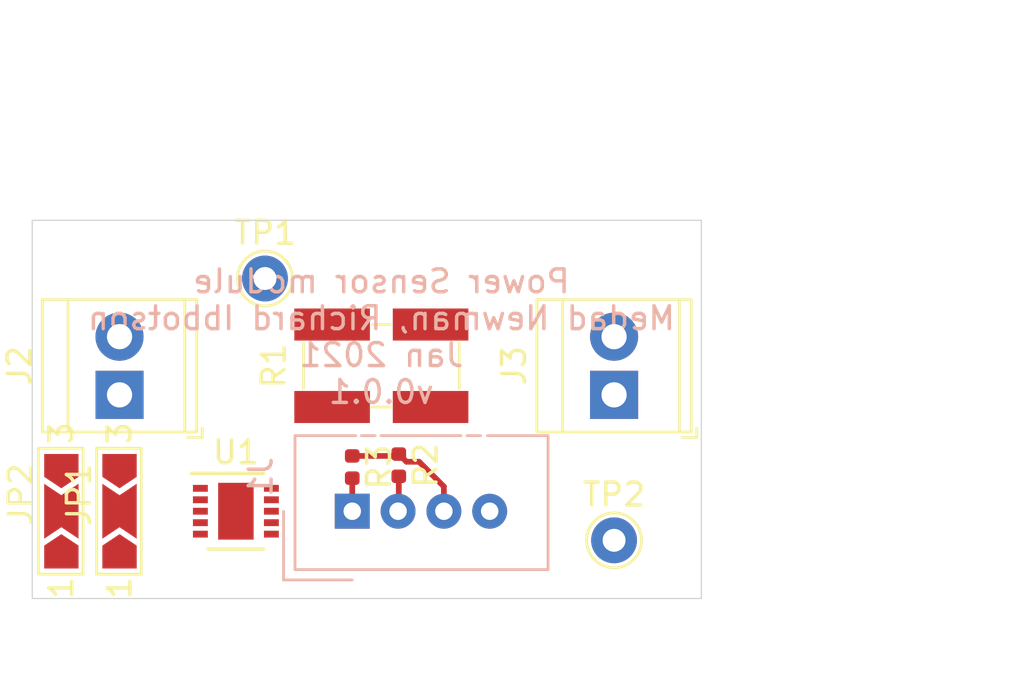
<source format=kicad_pcb>
(kicad_pcb (version 20171130) (host pcbnew "(5.1.2)-1")

  (general
    (thickness 1.6)
    (drawings 7)
    (tracks 9)
    (zones 0)
    (modules 11)
    (nets 11)
  )

  (page A4)
  (layers
    (0 F.Cu signal)
    (31 B.Cu signal)
    (32 B.Adhes user)
    (33 F.Adhes user)
    (34 B.Paste user)
    (35 F.Paste user)
    (36 B.SilkS user)
    (37 F.SilkS user)
    (38 B.Mask user)
    (39 F.Mask user)
    (40 Dwgs.User user)
    (41 Cmts.User user)
    (42 Eco1.User user)
    (43 Eco2.User user)
    (44 Edge.Cuts user)
    (45 Margin user)
    (46 B.CrtYd user)
    (47 F.CrtYd user)
    (48 B.Fab user)
    (49 F.Fab user)
  )

  (setup
    (last_trace_width 0.25)
    (trace_clearance 0.2)
    (zone_clearance 0.508)
    (zone_45_only no)
    (trace_min 0.2)
    (via_size 0.8)
    (via_drill 0.4)
    (via_min_size 0.4)
    (via_min_drill 0.3)
    (uvia_size 0.3)
    (uvia_drill 0.1)
    (uvias_allowed no)
    (uvia_min_size 0.2)
    (uvia_min_drill 0.1)
    (edge_width 0.05)
    (segment_width 0.2)
    (pcb_text_width 0.3)
    (pcb_text_size 1.5 1.5)
    (mod_edge_width 0.12)
    (mod_text_size 1 1)
    (mod_text_width 0.15)
    (pad_size 1.524 1.524)
    (pad_drill 0.762)
    (pad_to_mask_clearance 0.051)
    (solder_mask_min_width 0.25)
    (aux_axis_origin 0 0)
    (visible_elements 7FFFFFFF)
    (pcbplotparams
      (layerselection 0x010fc_ffffffff)
      (usegerberextensions false)
      (usegerberattributes false)
      (usegerberadvancedattributes false)
      (creategerberjobfile false)
      (excludeedgelayer true)
      (linewidth 0.100000)
      (plotframeref false)
      (viasonmask false)
      (mode 1)
      (useauxorigin false)
      (hpglpennumber 1)
      (hpglpenspeed 20)
      (hpglpendiameter 15.000000)
      (psnegative false)
      (psa4output false)
      (plotreference true)
      (plotvalue true)
      (plotinvisibletext false)
      (padsonsilk false)
      (subtractmaskfromsilk false)
      (outputformat 1)
      (mirror false)
      (drillshape 1)
      (scaleselection 1)
      (outputdirectory ""))
  )

  (net 0 "")
  (net 1 GND)
  (net 2 +3V3)
  (net 3 /SDA)
  (net 4 /SCL)
  (net 5 /SENSE+)
  (net 6 /ADR1)
  (net 7 /ADR0)
  (net 8 /SENSE-)
  (net 9 "Net-(TP1-Pad1)")
  (net 10 "Net-(TP2-Pad1)")

  (net_class Default "This is the default net class."
    (clearance 0.2)
    (trace_width 0.25)
    (via_dia 0.8)
    (via_drill 0.4)
    (uvia_dia 0.3)
    (uvia_drill 0.1)
    (add_net +3V3)
    (add_net /ADR0)
    (add_net /ADR1)
    (add_net /SCL)
    (add_net /SDA)
    (add_net /SENSE+)
    (add_net /SENSE-)
    (add_net GND)
    (add_net "Net-(TP1-Pad1)")
    (add_net "Net-(TP2-Pad1)")
  )

  (module TestPoint:TestPoint_THTPad_D2.0mm_Drill1.0mm (layer F.Cu) (tedit 5A0F774F) (tstamp 6014A899)
    (at 175.26 90.17)
    (descr "THT pad as test Point, diameter 2.0mm, hole diameter 1.0mm")
    (tags "test point THT pad")
    (path /6016EB9B)
    (attr virtual)
    (fp_text reference TP2 (at 0 -1.998) (layer F.SilkS)
      (effects (font (size 1 1) (thickness 0.15)))
    )
    (fp_text value TestPoint (at 0 2.05) (layer F.Fab)
      (effects (font (size 1 1) (thickness 0.15)))
    )
    (fp_circle (center 0 0) (end 0 1.2) (layer F.SilkS) (width 0.12))
    (fp_circle (center 0 0) (end 1.5 0) (layer F.CrtYd) (width 0.05))
    (fp_text user %R (at 0 -2) (layer F.Fab)
      (effects (font (size 1 1) (thickness 0.15)))
    )
    (pad 1 thru_hole circle (at 0 0) (size 2 2) (drill 1) (layers *.Cu *.Mask)
      (net 10 "Net-(TP2-Pad1)"))
  )

  (module TestPoint:TestPoint_THTPad_D2.0mm_Drill1.0mm (layer F.Cu) (tedit 5A0F774F) (tstamp 6014A88C)
    (at 160.02 78.74)
    (descr "THT pad as test Point, diameter 2.0mm, hole diameter 1.0mm")
    (tags "test point THT pad")
    (path /6016B1C6)
    (attr virtual)
    (fp_text reference TP1 (at 0 -1.998) (layer F.SilkS)
      (effects (font (size 1 1) (thickness 0.15)))
    )
    (fp_text value TestPoint (at 0 2.05) (layer F.Fab)
      (effects (font (size 1 1) (thickness 0.15)))
    )
    (fp_circle (center 0 0) (end 0 1.2) (layer F.SilkS) (width 0.12))
    (fp_circle (center 0 0) (end 1.5 0) (layer F.CrtYd) (width 0.05))
    (fp_text user %R (at 0 -2) (layer F.Fab)
      (effects (font (size 1 1) (thickness 0.15)))
    )
    (pad 1 thru_hole circle (at 0 0) (size 2 2) (drill 1) (layers *.Cu *.Mask)
      (net 9 "Net-(TP1-Pad1)"))
  )

  (module Jumper:SolderJumper-3_P2.0mm_Open_TrianglePad1.0x1.5mm_NumberLabels (layer F.Cu) (tedit 5A6480B6) (tstamp 6014BFEE)
    (at 151.13 88.9 90)
    (descr "SMD Solder Jumper, 1x1.5mm Triangular Pads, 0.3mm gap, open, labeled with numbers")
    (tags "solder jumper open")
    (path /60192D28)
    (attr virtual)
    (fp_text reference JP2 (at 0.725 -1.775 90) (layer F.SilkS)
      (effects (font (size 1 1) (thickness 0.15)))
    )
    (fp_text value SolderJumper_3_Open (at 0.725 1.925 90) (layer F.Fab)
      (effects (font (size 1 1) (thickness 0.15)))
    )
    (fp_line (start 3 1.25) (end -2.98 1.25) (layer F.CrtYd) (width 0.05))
    (fp_line (start 3 1.25) (end 3 -1.27) (layer F.CrtYd) (width 0.05))
    (fp_line (start -2.98 -1.27) (end -2.98 1.25) (layer F.CrtYd) (width 0.05))
    (fp_line (start -2.98 -1.27) (end 3 -1.27) (layer F.CrtYd) (width 0.05))
    (fp_line (start -2.75 -1) (end 2.75 -1) (layer F.SilkS) (width 0.12))
    (fp_line (start 2.75 -1) (end 2.75 0.95) (layer F.SilkS) (width 0.12))
    (fp_line (start 2.75 0.95) (end -2.75 0.95) (layer F.SilkS) (width 0.12))
    (fp_line (start -2.75 0.95) (end -2.75 -1) (layer F.SilkS) (width 0.12))
    (fp_text user 1 (at -3.35 0 90) (layer F.SilkS)
      (effects (font (size 1 1) (thickness 0.15)))
    )
    (fp_text user 3 (at 3.4 0 90) (layer F.SilkS)
      (effects (font (size 1 1) (thickness 0.15)))
    )
    (pad 3 smd custom (at 2 0 270) (size 0.3 0.3) (layers F.Cu F.Mask)
      (net 1 GND) (zone_connect 2)
      (options (clearance outline) (anchor rect))
      (primitives
        (gr_poly (pts
           (xy -0.5 -0.75) (xy 0.5 -0.75) (xy 1 0) (xy 0.5 0.75) (xy -0.5 0.75)
) (width 0))
      ))
    (pad 2 smd custom (at 0 0 90) (size 0.3 0.3) (layers F.Cu)
      (net 6 /ADR1) (zone_connect 2)
      (options (clearance outline) (anchor rect))
      (primitives
        (gr_poly (pts
           (xy -1.2 -0.75) (xy 1.2 -0.75) (xy 0.7 0) (xy 1.2 0.75) (xy -1.2 0.75)
           (xy -0.7 0)) (width 0))
      ))
    (pad 1 smd custom (at -2 0 90) (size 0.3 0.3) (layers F.Cu F.Mask)
      (net 5 /SENSE+) (zone_connect 2)
      (options (clearance outline) (anchor rect))
      (primitives
        (gr_poly (pts
           (xy -0.5 -0.75) (xy 0.5 -0.75) (xy 1 0) (xy 0.5 0.75) (xy -0.5 0.75)
) (width 0))
      ))
    (pad "" smd rect (at -1.2 0 90) (size 1.5 1.5) (layers F.Mask))
    (pad "" smd rect (at 1.2 0 90) (size 1.5 1.5) (layers F.Mask))
  )

  (module Jumper:SolderJumper-3_P2.0mm_Open_TrianglePad1.0x1.5mm_NumberLabels (layer F.Cu) (tedit 5A6480B6) (tstamp 6014BFDB)
    (at 153.67 88.9 90)
    (descr "SMD Solder Jumper, 1x1.5mm Triangular Pads, 0.3mm gap, open, labeled with numbers")
    (tags "solder jumper open")
    (path /6019AFEC)
    (attr virtual)
    (fp_text reference JP1 (at 0.725 -1.775 90) (layer F.SilkS)
      (effects (font (size 1 1) (thickness 0.15)))
    )
    (fp_text value SolderJumper_3_Open (at 0.725 1.925 90) (layer F.Fab)
      (effects (font (size 1 1) (thickness 0.15)))
    )
    (fp_line (start 3 1.25) (end -2.98 1.25) (layer F.CrtYd) (width 0.05))
    (fp_line (start 3 1.25) (end 3 -1.27) (layer F.CrtYd) (width 0.05))
    (fp_line (start -2.98 -1.27) (end -2.98 1.25) (layer F.CrtYd) (width 0.05))
    (fp_line (start -2.98 -1.27) (end 3 -1.27) (layer F.CrtYd) (width 0.05))
    (fp_line (start -2.75 -1) (end 2.75 -1) (layer F.SilkS) (width 0.12))
    (fp_line (start 2.75 -1) (end 2.75 0.95) (layer F.SilkS) (width 0.12))
    (fp_line (start 2.75 0.95) (end -2.75 0.95) (layer F.SilkS) (width 0.12))
    (fp_line (start -2.75 0.95) (end -2.75 -1) (layer F.SilkS) (width 0.12))
    (fp_text user 1 (at -3.35 0 90) (layer F.SilkS)
      (effects (font (size 1 1) (thickness 0.15)))
    )
    (fp_text user 3 (at 3.4 0 90) (layer F.SilkS)
      (effects (font (size 1 1) (thickness 0.15)))
    )
    (pad 3 smd custom (at 2 0 270) (size 0.3 0.3) (layers F.Cu F.Mask)
      (net 1 GND) (zone_connect 2)
      (options (clearance outline) (anchor rect))
      (primitives
        (gr_poly (pts
           (xy -0.5 -0.75) (xy 0.5 -0.75) (xy 1 0) (xy 0.5 0.75) (xy -0.5 0.75)
) (width 0))
      ))
    (pad 2 smd custom (at 0 0 90) (size 0.3 0.3) (layers F.Cu)
      (net 7 /ADR0) (zone_connect 2)
      (options (clearance outline) (anchor rect))
      (primitives
        (gr_poly (pts
           (xy -1.2 -0.75) (xy 1.2 -0.75) (xy 0.7 0) (xy 1.2 0.75) (xy -1.2 0.75)
           (xy -0.7 0)) (width 0))
      ))
    (pad 1 smd custom (at -2 0 90) (size 0.3 0.3) (layers F.Cu F.Mask)
      (net 5 /SENSE+) (zone_connect 2)
      (options (clearance outline) (anchor rect))
      (primitives
        (gr_poly (pts
           (xy -0.5 -0.75) (xy 0.5 -0.75) (xy 1 0) (xy 0.5 0.75) (xy -0.5 0.75)
) (width 0))
      ))
    (pad "" smd rect (at -1.2 0 90) (size 1.5 1.5) (layers F.Mask))
    (pad "" smd rect (at 1.2 0 90) (size 1.5 1.5) (layers F.Mask))
  )

  (module TerminalBlock_TE-Connectivity:TerminalBlock_TE_282834-2_1x02_P2.54mm_Horizontal (layer F.Cu) (tedit 5B1EC513) (tstamp 6014B6D6)
    (at 175.26 83.82 90)
    (descr "Terminal Block TE 282834-2, 2 pins, pitch 2.54mm, size 5.54x6.5mm^2, drill diamater 1.1mm, pad diameter 2.1mm, see http://www.te.com/commerce/DocumentDelivery/DDEController?Action=showdoc&DocId=Customer+Drawing%7F282834%7FC1%7Fpdf%7FEnglish%7FENG_CD_282834_C1.pdf, script-generated using https://github.com/pointhi/kicad-footprint-generator/scripts/TerminalBlock_TE-Connectivity")
    (tags "THT Terminal Block TE 282834-2 pitch 2.54mm size 5.54x6.5mm^2 drill 1.1mm pad 2.1mm")
    (path /6018A9BE)
    (fp_text reference J3 (at 1.27 -4.37 90) (layer F.SilkS)
      (effects (font (size 1 1) (thickness 0.15)))
    )
    (fp_text value Conn_01x01 (at 1.27 4.37 90) (layer F.Fab)
      (effects (font (size 1 1) (thickness 0.15)))
    )
    (fp_text user %R (at 1.27 2 90) (layer F.Fab)
      (effects (font (size 1 1) (thickness 0.15)))
    )
    (fp_line (start 4.54 -3.75) (end -2 -3.75) (layer F.CrtYd) (width 0.05))
    (fp_line (start 4.54 3.75) (end 4.54 -3.75) (layer F.CrtYd) (width 0.05))
    (fp_line (start -2 3.75) (end 4.54 3.75) (layer F.CrtYd) (width 0.05))
    (fp_line (start -2 -3.75) (end -2 3.75) (layer F.CrtYd) (width 0.05))
    (fp_line (start -1.86 3.61) (end -1.46 3.61) (layer F.SilkS) (width 0.12))
    (fp_line (start -1.86 2.97) (end -1.86 3.61) (layer F.SilkS) (width 0.12))
    (fp_line (start 3.241 -0.835) (end 1.706 0.7) (layer F.Fab) (width 0.1))
    (fp_line (start 3.375 -0.7) (end 1.84 0.835) (layer F.Fab) (width 0.1))
    (fp_line (start 0.701 -0.835) (end -0.835 0.7) (layer F.Fab) (width 0.1))
    (fp_line (start 0.835 -0.7) (end -0.701 0.835) (layer F.Fab) (width 0.1))
    (fp_line (start 4.16 -3.37) (end 4.16 3.37) (layer F.SilkS) (width 0.12))
    (fp_line (start -1.62 -3.37) (end -1.62 3.37) (layer F.SilkS) (width 0.12))
    (fp_line (start -1.62 3.37) (end 4.16 3.37) (layer F.SilkS) (width 0.12))
    (fp_line (start -1.62 -3.37) (end 4.16 -3.37) (layer F.SilkS) (width 0.12))
    (fp_line (start -1.62 -2.25) (end 4.16 -2.25) (layer F.SilkS) (width 0.12))
    (fp_line (start -1.5 -2.25) (end 4.04 -2.25) (layer F.Fab) (width 0.1))
    (fp_line (start -1.62 2.85) (end 4.16 2.85) (layer F.SilkS) (width 0.12))
    (fp_line (start -1.5 2.85) (end 4.04 2.85) (layer F.Fab) (width 0.1))
    (fp_line (start -1.5 2.85) (end -1.5 -3.25) (layer F.Fab) (width 0.1))
    (fp_line (start -1.1 3.25) (end -1.5 2.85) (layer F.Fab) (width 0.1))
    (fp_line (start 4.04 3.25) (end -1.1 3.25) (layer F.Fab) (width 0.1))
    (fp_line (start 4.04 -3.25) (end 4.04 3.25) (layer F.Fab) (width 0.1))
    (fp_line (start -1.5 -3.25) (end 4.04 -3.25) (layer F.Fab) (width 0.1))
    (fp_circle (center 2.54 0) (end 3.64 0) (layer F.Fab) (width 0.1))
    (fp_circle (center 0 0) (end 1.1 0) (layer F.Fab) (width 0.1))
    (pad 2 thru_hole circle (at 2.54 0 90) (size 2.1 2.1) (drill 1.1) (layers *.Cu *.Mask))
    (pad 1 thru_hole rect (at 0 0 90) (size 2.1 2.1) (drill 1.1) (layers *.Cu *.Mask)
      (net 5 /SENSE+))
    (model ${KISYS3DMOD}/TerminalBlock_TE-Connectivity.3dshapes/TerminalBlock_TE_282834-2_1x02_P2.54mm_Horizontal.wrl
      (at (xyz 0 0 0))
      (scale (xyz 1 1 1))
      (rotate (xyz 0 0 0))
    )
  )

  (module TerminalBlock_TE-Connectivity:TerminalBlock_TE_282834-2_1x02_P2.54mm_Horizontal (layer F.Cu) (tedit 5B1EC513) (tstamp 6014B6B6)
    (at 153.67 83.82 90)
    (descr "Terminal Block TE 282834-2, 2 pins, pitch 2.54mm, size 5.54x6.5mm^2, drill diamater 1.1mm, pad diameter 2.1mm, see http://www.te.com/commerce/DocumentDelivery/DDEController?Action=showdoc&DocId=Customer+Drawing%7F282834%7FC1%7Fpdf%7FEnglish%7FENG_CD_282834_C1.pdf, script-generated using https://github.com/pointhi/kicad-footprint-generator/scripts/TerminalBlock_TE-Connectivity")
    (tags "THT Terminal Block TE 282834-2 pitch 2.54mm size 5.54x6.5mm^2 drill 1.1mm pad 2.1mm")
    (path /6018A246)
    (fp_text reference J2 (at 1.27 -4.37 90) (layer F.SilkS)
      (effects (font (size 1 1) (thickness 0.15)))
    )
    (fp_text value Conn_01x01 (at 1.27 4.37 90) (layer F.Fab)
      (effects (font (size 1 1) (thickness 0.15)))
    )
    (fp_text user %R (at 1.27 2 90) (layer F.Fab)
      (effects (font (size 1 1) (thickness 0.15)))
    )
    (fp_line (start 4.54 -3.75) (end -2 -3.75) (layer F.CrtYd) (width 0.05))
    (fp_line (start 4.54 3.75) (end 4.54 -3.75) (layer F.CrtYd) (width 0.05))
    (fp_line (start -2 3.75) (end 4.54 3.75) (layer F.CrtYd) (width 0.05))
    (fp_line (start -2 -3.75) (end -2 3.75) (layer F.CrtYd) (width 0.05))
    (fp_line (start -1.86 3.61) (end -1.46 3.61) (layer F.SilkS) (width 0.12))
    (fp_line (start -1.86 2.97) (end -1.86 3.61) (layer F.SilkS) (width 0.12))
    (fp_line (start 3.241 -0.835) (end 1.706 0.7) (layer F.Fab) (width 0.1))
    (fp_line (start 3.375 -0.7) (end 1.84 0.835) (layer F.Fab) (width 0.1))
    (fp_line (start 0.701 -0.835) (end -0.835 0.7) (layer F.Fab) (width 0.1))
    (fp_line (start 0.835 -0.7) (end -0.701 0.835) (layer F.Fab) (width 0.1))
    (fp_line (start 4.16 -3.37) (end 4.16 3.37) (layer F.SilkS) (width 0.12))
    (fp_line (start -1.62 -3.37) (end -1.62 3.37) (layer F.SilkS) (width 0.12))
    (fp_line (start -1.62 3.37) (end 4.16 3.37) (layer F.SilkS) (width 0.12))
    (fp_line (start -1.62 -3.37) (end 4.16 -3.37) (layer F.SilkS) (width 0.12))
    (fp_line (start -1.62 -2.25) (end 4.16 -2.25) (layer F.SilkS) (width 0.12))
    (fp_line (start -1.5 -2.25) (end 4.04 -2.25) (layer F.Fab) (width 0.1))
    (fp_line (start -1.62 2.85) (end 4.16 2.85) (layer F.SilkS) (width 0.12))
    (fp_line (start -1.5 2.85) (end 4.04 2.85) (layer F.Fab) (width 0.1))
    (fp_line (start -1.5 2.85) (end -1.5 -3.25) (layer F.Fab) (width 0.1))
    (fp_line (start -1.1 3.25) (end -1.5 2.85) (layer F.Fab) (width 0.1))
    (fp_line (start 4.04 3.25) (end -1.1 3.25) (layer F.Fab) (width 0.1))
    (fp_line (start 4.04 -3.25) (end 4.04 3.25) (layer F.Fab) (width 0.1))
    (fp_line (start -1.5 -3.25) (end 4.04 -3.25) (layer F.Fab) (width 0.1))
    (fp_circle (center 2.54 0) (end 3.64 0) (layer F.Fab) (width 0.1))
    (fp_circle (center 0 0) (end 1.1 0) (layer F.Fab) (width 0.1))
    (pad 2 thru_hole circle (at 2.54 0 90) (size 2.1 2.1) (drill 1.1) (layers *.Cu *.Mask))
    (pad 1 thru_hole rect (at 0 0 90) (size 2.1 2.1) (drill 1.1) (layers *.Cu *.Mask)
      (net 8 /SENSE-))
    (model ${KISYS3DMOD}/TerminalBlock_TE-Connectivity.3dshapes/TerminalBlock_TE_282834-2_1x02_P2.54mm_Horizontal.wrl
      (at (xyz 0 0 0))
      (scale (xyz 1 1 1))
      (rotate (xyz 0 0 0))
    )
  )

  (module Package_DFN_QFN:DFN-10-1EP_3x3mm_P0.5mm_EP1.55x2.48mm (layer F.Cu) (tedit 5A64BE60) (tstamp 6014A8B8)
    (at 158.75 88.9)
    (descr "10-Lead Plastic Dual Flat, No Lead Package (MF) - 3x3x0.9 mm Body [DFN] (see Microchip Packaging Specification 00000049BS.pdf)")
    (tags "DFN 0.5")
    (path /6015A2EC)
    (attr smd)
    (fp_text reference U1 (at 0 -2.575) (layer F.SilkS)
      (effects (font (size 1 1) (thickness 0.15)))
    )
    (fp_text value LTC4151 (at 0 2.575) (layer F.Fab)
      (effects (font (size 1 1) (thickness 0.15)))
    )
    (fp_line (start -1.95 -1.65) (end 1.225 -1.65) (layer F.SilkS) (width 0.15))
    (fp_line (start -1.225 1.65) (end 1.225 1.65) (layer F.SilkS) (width 0.15))
    (fp_line (start -2.15 1.85) (end 2.15 1.85) (layer F.CrtYd) (width 0.05))
    (fp_line (start -2.15 -1.85) (end 2.15 -1.85) (layer F.CrtYd) (width 0.05))
    (fp_line (start 2.15 -1.85) (end 2.15 1.85) (layer F.CrtYd) (width 0.05))
    (fp_line (start -2.15 -1.85) (end -2.15 1.85) (layer F.CrtYd) (width 0.05))
    (fp_line (start -1.5 -0.5) (end -0.5 -1.5) (layer F.Fab) (width 0.15))
    (fp_line (start -1.5 1.5) (end -1.5 -0.5) (layer F.Fab) (width 0.15))
    (fp_line (start 1.5 1.5) (end -1.5 1.5) (layer F.Fab) (width 0.15))
    (fp_line (start 1.5 -1.5) (end 1.5 1.5) (layer F.Fab) (width 0.15))
    (fp_line (start -0.5 -1.5) (end 1.5 -1.5) (layer F.Fab) (width 0.15))
    (fp_text user %R (at 0 0) (layer F.Fab)
      (effects (font (size 0.7 0.7) (thickness 0.105)))
    )
    (pad "" smd rect (at 0.3875 0.62) (size 0.6 1.05) (layers F.Paste))
    (pad "" smd rect (at -0.3875 0.62) (size 0.6 1.05) (layers F.Paste))
    (pad "" smd rect (at -0.3875 -0.62) (size 0.6 1.05) (layers F.Paste))
    (pad 11 smd rect (at 0 0) (size 1.55 2.48) (layers F.Cu F.Mask))
    (pad "" smd rect (at 0.3875 -0.62) (size 0.6 1.05) (layers F.Paste))
    (pad 10 smd rect (at 1.55 -1) (size 0.65 0.3) (layers F.Cu F.Paste F.Mask)
      (net 8 /SENSE-))
    (pad 9 smd rect (at 1.55 -0.5) (size 0.65 0.3) (layers F.Cu F.Paste F.Mask)
      (net 1 GND))
    (pad 8 smd rect (at 1.55 0) (size 0.65 0.3) (layers F.Cu F.Paste F.Mask)
      (net 9 "Net-(TP1-Pad1)"))
    (pad 7 smd rect (at 1.55 0.5) (size 0.65 0.3) (layers F.Cu F.Paste F.Mask)
      (net 3 /SDA))
    (pad 6 smd rect (at 1.55 1) (size 0.65 0.3) (layers F.Cu F.Paste F.Mask)
      (net 4 /SCL))
    (pad 5 smd rect (at -1.55 1) (size 0.65 0.3) (layers F.Cu F.Paste F.Mask)
      (net 10 "Net-(TP2-Pad1)"))
    (pad 4 smd rect (at -1.55 0.5) (size 0.65 0.3) (layers F.Cu F.Paste F.Mask)
      (net 7 /ADR0))
    (pad 3 smd rect (at -1.55 0) (size 0.65 0.3) (layers F.Cu F.Paste F.Mask)
      (net 6 /ADR1))
    (pad 2 smd rect (at -1.55 -0.5) (size 0.65 0.3) (layers F.Cu F.Paste F.Mask)
      (net 5 /SENSE+))
    (pad 1 smd rect (at -1.55 -1) (size 0.65 0.3) (layers F.Cu F.Paste F.Mask)
      (net 5 /SENSE+))
    (model ${KISYS3DMOD}/Package_DFN_QFN.3dshapes/DFN-10-1EP_3x3mm_P0.5mm_EP1.55x2.48mm.wrl
      (at (xyz 0 0 0))
      (scale (xyz 1 1 1))
      (rotate (xyz 0 0 0))
    )
  )

  (module Resistor_SMD:R_0402_1005Metric (layer F.Cu) (tedit 5B301BBD) (tstamp 6014A87F)
    (at 163.83 86.972 270)
    (descr "Resistor SMD 0402 (1005 Metric), square (rectangular) end terminal, IPC_7351 nominal, (Body size source: http://www.tortai-tech.com/upload/download/2011102023233369053.pdf), generated with kicad-footprint-generator")
    (tags resistor)
    (path /601617D0)
    (attr smd)
    (fp_text reference R3 (at 0 -1.17 90) (layer F.SilkS)
      (effects (font (size 1 1) (thickness 0.15)))
    )
    (fp_text value 2K (at 0 1.17 90) (layer F.Fab)
      (effects (font (size 1 1) (thickness 0.15)))
    )
    (fp_text user %R (at 0 0 90) (layer F.Fab)
      (effects (font (size 0.25 0.25) (thickness 0.04)))
    )
    (fp_line (start 0.93 0.47) (end -0.93 0.47) (layer F.CrtYd) (width 0.05))
    (fp_line (start 0.93 -0.47) (end 0.93 0.47) (layer F.CrtYd) (width 0.05))
    (fp_line (start -0.93 -0.47) (end 0.93 -0.47) (layer F.CrtYd) (width 0.05))
    (fp_line (start -0.93 0.47) (end -0.93 -0.47) (layer F.CrtYd) (width 0.05))
    (fp_line (start 0.5 0.25) (end -0.5 0.25) (layer F.Fab) (width 0.1))
    (fp_line (start 0.5 -0.25) (end 0.5 0.25) (layer F.Fab) (width 0.1))
    (fp_line (start -0.5 -0.25) (end 0.5 -0.25) (layer F.Fab) (width 0.1))
    (fp_line (start -0.5 0.25) (end -0.5 -0.25) (layer F.Fab) (width 0.1))
    (pad 2 smd roundrect (at 0.485 0 270) (size 0.59 0.64) (layers F.Cu F.Paste F.Mask) (roundrect_rratio 0.25)
      (net 4 /SCL))
    (pad 1 smd roundrect (at -0.485 0 270) (size 0.59 0.64) (layers F.Cu F.Paste F.Mask) (roundrect_rratio 0.25)
      (net 2 +3V3))
    (model ${KISYS3DMOD}/Resistor_SMD.3dshapes/R_0402_1005Metric.wrl
      (at (xyz 0 0 0))
      (scale (xyz 1 1 1))
      (rotate (xyz 0 0 0))
    )
  )

  (module Resistor_SMD:R_0402_1005Metric (layer F.Cu) (tedit 5B301BBD) (tstamp 6014A870)
    (at 165.862 86.891 270)
    (descr "Resistor SMD 0402 (1005 Metric), square (rectangular) end terminal, IPC_7351 nominal, (Body size source: http://www.tortai-tech.com/upload/download/2011102023233369053.pdf), generated with kicad-footprint-generator")
    (tags resistor)
    (path /60160E84)
    (attr smd)
    (fp_text reference R2 (at 0 -1.17 90) (layer F.SilkS)
      (effects (font (size 1 1) (thickness 0.15)))
    )
    (fp_text value 2K (at 0 1.17 90) (layer F.Fab)
      (effects (font (size 1 1) (thickness 0.15)))
    )
    (fp_text user %R (at 0 0 180) (layer F.Fab)
      (effects (font (size 0.25 0.25) (thickness 0.04)))
    )
    (fp_line (start 0.93 0.47) (end -0.93 0.47) (layer F.CrtYd) (width 0.05))
    (fp_line (start 0.93 -0.47) (end 0.93 0.47) (layer F.CrtYd) (width 0.05))
    (fp_line (start -0.93 -0.47) (end 0.93 -0.47) (layer F.CrtYd) (width 0.05))
    (fp_line (start -0.93 0.47) (end -0.93 -0.47) (layer F.CrtYd) (width 0.05))
    (fp_line (start 0.5 0.25) (end -0.5 0.25) (layer F.Fab) (width 0.1))
    (fp_line (start 0.5 -0.25) (end 0.5 0.25) (layer F.Fab) (width 0.1))
    (fp_line (start -0.5 -0.25) (end 0.5 -0.25) (layer F.Fab) (width 0.1))
    (fp_line (start -0.5 0.25) (end -0.5 -0.25) (layer F.Fab) (width 0.1))
    (pad 2 smd roundrect (at 0.485 0 270) (size 0.59 0.64) (layers F.Cu F.Paste F.Mask) (roundrect_rratio 0.25)
      (net 3 /SDA))
    (pad 1 smd roundrect (at -0.485 0 270) (size 0.59 0.64) (layers F.Cu F.Paste F.Mask) (roundrect_rratio 0.25)
      (net 2 +3V3))
    (model ${KISYS3DMOD}/Resistor_SMD.3dshapes/R_0402_1005Metric.wrl
      (at (xyz 0 0 0))
      (scale (xyz 1 1 1))
      (rotate (xyz 0 0 0))
    )
  )

  (module Resistor_SMD:R_Shunt_Ohmite_LVK25 (layer F.Cu) (tedit 5B8B9F5A) (tstamp 6014A861)
    (at 165.1 82.55 90)
    (descr "4 contacts shunt resistor,https://www.ohmite.com/assets/docs/res_lvk.pdf")
    (tags "4 contacts resistor smd")
    (path /6016433A)
    (attr smd)
    (fp_text reference R1 (at 0 -4.7 90) (layer F.SilkS)
      (effects (font (size 1 1) (thickness 0.15)))
    )
    (fp_text value "0.02 ohm" (at 0.025 5.05 90) (layer F.Fab)
      (effects (font (size 1 1) (thickness 0.15)))
    )
    (fp_text user %R (at 0 0) (layer F.Fab)
      (effects (font (size 1.5 1.5) (thickness 0.2)))
    )
    (fp_line (start 1.6 3.2) (end 0 3.2) (layer F.Fab) (width 0.12))
    (fp_line (start 1.6 -3.2) (end 1.6 3.2) (layer F.Fab) (width 0.12))
    (fp_line (start -1.6 -3.2) (end 1.6 -3.2) (layer F.Fab) (width 0.12))
    (fp_line (start -1.6 3.2) (end -1.6 -3.2) (layer F.Fab) (width 0.12))
    (fp_line (start 0 3.2) (end -1.6 3.2) (layer F.Fab) (width 0.12))
    (fp_line (start 1 -3.4) (end -1 -3.4) (layer F.SilkS) (width 0.12))
    (fp_line (start 1.8 -0.4) (end 1.8 0.4) (layer F.SilkS) (width 0.12))
    (fp_line (start -1.8 0.4) (end -1.8 -0.4) (layer F.SilkS) (width 0.12))
    (fp_line (start 1 3.4) (end -1 3.4) (layer F.SilkS) (width 0.12))
    (fp_line (start -2.75 4.05) (end -2.75 -4.05) (layer F.CrtYd) (width 0.05))
    (fp_line (start 2.75 4.05) (end -2.75 4.05) (layer F.CrtYd) (width 0.05))
    (fp_line (start 2.75 -4.05) (end 2.75 4.05) (layer F.CrtYd) (width 0.05))
    (fp_line (start -2.75 -4.05) (end 2.75 -4.05) (layer F.CrtYd) (width 0.05))
    (pad 4 smd rect (at 1.8 2.15 90) (size 1.4 3.3) (layers F.Cu F.Paste F.Mask))
    (pad 2 smd rect (at -1.8 2.15 90) (size 1.4 3.3) (layers F.Cu F.Paste F.Mask)
      (net 5 /SENSE+))
    (pad 3 smd rect (at 1.8 -2.15 90) (size 1.4 3.3) (layers F.Cu F.Paste F.Mask))
    (pad 1 smd rect (at -1.8 -2.15 90) (size 1.4 3.3) (layers F.Cu F.Paste F.Mask)
      (net 8 /SENSE-))
    (model ${KISYS3DMOD}/Resistor_SMD.3dshapes/R_Shunt_Ohmite_LVK25.wrl
      (at (xyz 0 0 0))
      (scale (xyz 1 1 1))
      (rotate (xyz 0 0 0))
    )
  )

  (module Connector:NS-Tech_Grove_1x04_P2mm_Vertical (layer B.Cu) (tedit 5A2A5779) (tstamp 6014A813)
    (at 163.83 88.9 270)
    (descr https://statics3.seeedstudio.com/images/opl/datasheet/3470130P1.pdf)
    (tags Grove-1x04)
    (path /6015676D)
    (fp_text reference J1 (at -1.5 4 270) (layer B.SilkS)
      (effects (font (size 1 1) (thickness 0.15)) (justify mirror))
    )
    (fp_text value Conn_01x04 (at 4.19 -2.83) (layer B.Fab)
      (effects (font (size 1 1) (thickness 0.15)) (justify mirror))
    )
    (fp_line (start -2.9 -8.1) (end -2.9 2.1) (layer B.Fab) (width 0.1))
    (fp_line (start 2.2 -8.1) (end -2.9 -8.1) (layer B.Fab) (width 0.1))
    (fp_line (start 2.2 2.1) (end 2.2 -8.1) (layer B.Fab) (width 0.1))
    (fp_line (start -2.9 2.1) (end 2.2 2.1) (layer B.Fab) (width 0.1))
    (fp_line (start -3.3 -5.9) (end -3.3 -8.55) (layer B.SilkS) (width 0.12))
    (fp_line (start -3.3 2.5) (end -3.3 -0.15) (layer B.SilkS) (width 0.12))
    (fp_line (start -3.3 -8.55) (end 2.55 -8.55) (layer B.SilkS) (width 0.12))
    (fp_line (start -3.3 -1.25) (end -3.3 -4.75) (layer B.SilkS) (width 0.12))
    (fp_line (start -3.3 2.5) (end 2.55 2.5) (layer B.SilkS) (width 0.12))
    (fp_line (start 2.55 2.5) (end 2.55 -8.55) (layer B.SilkS) (width 0.12))
    (fp_line (start -3.3 -0.4) (end -3.3 -1) (layer B.SilkS) (width 0.12))
    (fp_line (start -3.3 -5) (end -3.3 -5.6) (layer B.SilkS) (width 0.12))
    (fp_line (start -3.45 2.65) (end 2.7 2.65) (layer B.CrtYd) (width 0.05))
    (fp_line (start 2.7 -8.7) (end 2.7 2.65) (layer B.CrtYd) (width 0.05))
    (fp_line (start -3.45 -8.7) (end 2.7 -8.7) (layer B.CrtYd) (width 0.05))
    (fp_line (start -3.45 2.65) (end -3.45 -8.7) (layer B.CrtYd) (width 0.05))
    (fp_line (start 0 3) (end 3 3) (layer B.SilkS) (width 0.12))
    (fp_line (start 3 3) (end 3 0) (layer B.SilkS) (width 0.12))
    (fp_line (start 2.2 1) (end 0.9 0) (layer B.Fab) (width 0.1))
    (fp_line (start 0.9 0) (end 2.2 -1) (layer B.Fab) (width 0.1))
    (fp_text user %R (at -2 -2) (layer B.Fab)
      (effects (font (size 1 1) (thickness 0.15)) (justify mirror))
    )
    (pad 4 thru_hole circle (at 0 -6 270) (size 1.524 1.524) (drill 0.762) (layers *.Cu *.Mask)
      (net 1 GND))
    (pad 3 thru_hole circle (at 0 -4 270) (size 1.524 1.524) (drill 0.762) (layers *.Cu *.Mask)
      (net 2 +3V3))
    (pad 2 thru_hole circle (at 0 -2 270) (size 1.524 1.524) (drill 0.762) (layers *.Cu *.Mask)
      (net 3 /SDA))
    (pad 1 thru_hole rect (at 0 0 270) (size 1.524 1.524) (drill 0.762) (layers *.Cu *.Mask)
      (net 4 /SCL))
    (model ${KISYS3DMOD}/Connector.3dshapes/NS-Tech_Grove_1x04_P2mm_Vertical.wrl
      (at (xyz 0 0 0))
      (scale (xyz 0.3937 0.3937 0.3937))
      (rotate (xyz 0 0 -90))
    )
  )

  (dimension 16.51 (width 0.15) (layer Dwgs.User)
    (gr_text "16.510 mm" (at 191.8 84.455 270) (layer Dwgs.User)
      (effects (font (size 1 1) (thickness 0.15)))
    )
    (feature1 (pts (xy 182.88 92.71) (xy 191.086421 92.71)))
    (feature2 (pts (xy 182.88 76.2) (xy 191.086421 76.2)))
    (crossbar (pts (xy 190.5 76.2) (xy 190.5 92.71)))
    (arrow1a (pts (xy 190.5 92.71) (xy 189.913579 91.583496)))
    (arrow1b (pts (xy 190.5 92.71) (xy 191.086421 91.583496)))
    (arrow2a (pts (xy 190.5 76.2) (xy 189.913579 77.326504)))
    (arrow2b (pts (xy 190.5 76.2) (xy 191.086421 77.326504)))
  )
  (gr_text "Power Sensor module\nMedad Newman, Richard Ibbotson\nJan 2021\nv0.0.1" (at 165.1 81.28) (layer B.SilkS)
    (effects (font (size 1 1) (thickness 0.15)) (justify mirror))
  )
  (dimension 29.21 (width 0.15) (layer Dwgs.User)
    (gr_text "29.210 mm" (at 164.465 67.28) (layer Dwgs.User)
      (effects (font (size 1 1) (thickness 0.15)))
    )
    (feature1 (pts (xy 179.07 69.85) (xy 179.07 67.993579)))
    (feature2 (pts (xy 149.86 69.85) (xy 149.86 67.993579)))
    (crossbar (pts (xy 149.86 68.58) (xy 179.07 68.58)))
    (arrow1a (pts (xy 179.07 68.58) (xy 177.943496 69.166421)))
    (arrow1b (pts (xy 179.07 68.58) (xy 177.943496 67.993579)))
    (arrow2a (pts (xy 149.86 68.58) (xy 150.986504 69.166421)))
    (arrow2b (pts (xy 149.86 68.58) (xy 150.986504 67.993579)))
  )
  (gr_line (start 149.86 92.71) (end 149.86 76.2) (layer Edge.Cuts) (width 0.05) (tstamp 6014A970))
  (gr_line (start 179.07 92.71) (end 149.86 92.71) (layer Edge.Cuts) (width 0.05))
  (gr_line (start 179.07 76.2) (end 179.07 92.71) (layer Edge.Cuts) (width 0.05))
  (gr_line (start 149.86 76.2) (end 179.07 76.2) (layer Edge.Cuts) (width 0.05))

  (segment (start 165.781 86.487) (end 165.862 86.406) (width 0.25) (layer F.Cu) (net 2))
  (segment (start 163.83 86.487) (end 165.781 86.487) (width 0.25) (layer F.Cu) (net 2))
  (segment (start 167.83 87.82237) (end 167.83 88.9) (width 0.25) (layer F.Cu) (net 2))
  (segment (start 166.747798 86.740168) (end 167.83 87.82237) (width 0.25) (layer F.Cu) (net 2))
  (segment (start 165.862 86.406) (end 166.196168 86.740168) (width 0.25) (layer F.Cu) (net 2))
  (segment (start 166.196168 86.740168) (end 166.747798 86.740168) (width 0.25) (layer F.Cu) (net 2))
  (segment (start 165.862 88.868) (end 165.83 88.9) (width 0.25) (layer F.Cu) (net 3))
  (segment (start 165.862 87.376) (end 165.862 88.868) (width 0.25) (layer F.Cu) (net 3))
  (segment (start 163.83 88.9) (end 163.83 87.457) (width 0.25) (layer F.Cu) (net 4))

)

</source>
